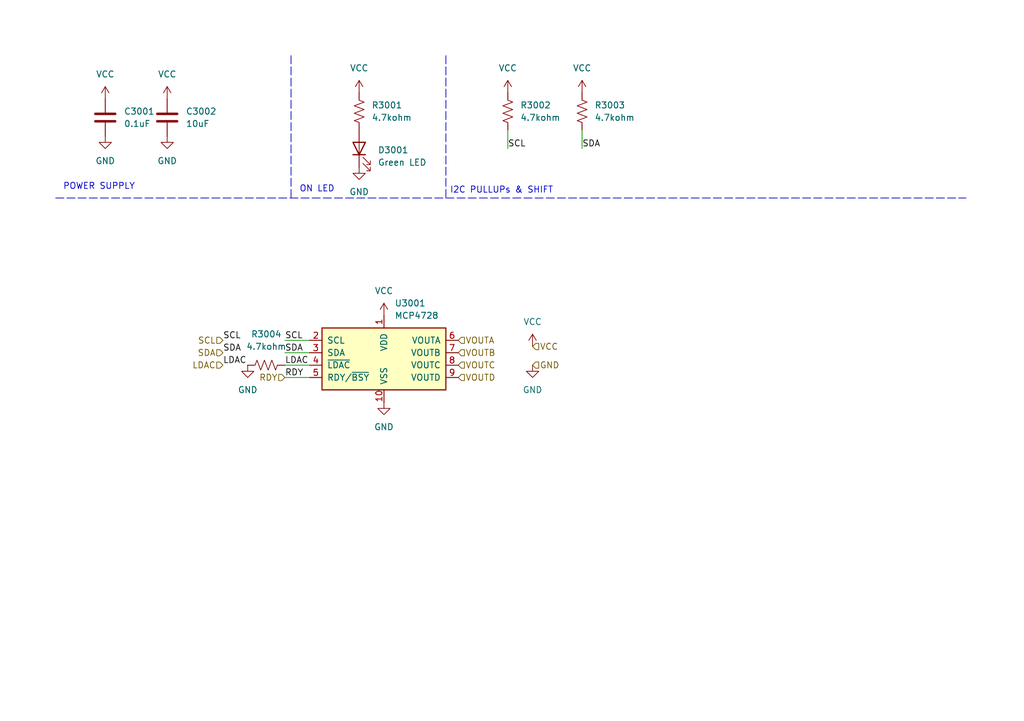
<source format=kicad_sch>
(kicad_sch (version 20231120) (generator "eeschema") (generator_version "8.0")
  (paper "A5")
  (lib_symbols
    (symbol "Analog_DAC:MCP4728" (pin_names (offset 1.016))
      (property "Reference" "U" (at -12.7 6.35 0))
      (property "Value" "MCP4728" (at 12.7 6.35 0))
      (symbol "MCP4728_0_1"
        (rectangle (start -12.7 5.08) (end 12.7 -7.62) (stroke (width 0.254)) (fill (type background)))
      )
      (symbol "MCP4728_1_1"
        (pin power_in line (at 0 7.62 270) (length 2.54) (name "VDD") (number "1"))
        (pin power_in line (at 0 -10.16 90) (length 2.54) (name "VSS") (number "10"))
        (pin input line (at -15.24 2.54 0) (length 2.54) (name "SCL") (number "2"))
        (pin bidirectional line (at -15.24 0 0) (length 2.54) (name "SDA") (number "3"))
        (pin input line (at -15.24 -2.54 0) (length 2.54) (name "~{LDAC}") (number "4"))
        (pin output line (at -15.24 -5.08 0) (length 2.54) (name "RDY/~{BSY}") (number "5"))
        (pin output line (at 15.24 2.54 180) (length 2.54) (name "VOUTA") (number "6"))
        (pin output line (at 15.24 0 180) (length 2.54) (name "VOUTB") (number "7"))
        (pin output line (at 15.24 -2.54 180) (length 2.54) (name "VOUTC") (number "8"))
        (pin output line (at 15.24 -5.08 180) (length 2.54) (name "VOUTD") (number "9"))
      )
    )
    (symbol "Device:C" (pin_numbers hide) (pin_names (offset 0.254))
      (property "Reference" "C" (at 0.635 2.54 0))
      (property "Value" "C" (at 0.635 -2.54 0))
      (symbol "C_0_1"
        (polyline (pts (xy -2.032 -0.762) (xy 2.032 -0.762)) (stroke (width 0.508)))
        (polyline (pts (xy -2.032 0.762) (xy 2.032 0.762)) (stroke (width 0.508)))
      )
      (symbol "C_1_1"
        (pin passive line (at 0 3.81 270) (length 2.794) (name "~") (number "1"))
        (pin passive line (at 0 -3.81 90) (length 2.794) (name "~") (number "2"))
      )
    )
    (symbol "Device:LED" (pin_numbers hide) (pin_names (offset 1.016) hide)
      (property "Reference" "D" (at 0 2.54 0))
      (property "Value" "LED" (at 0 -2.54 0))
      (symbol "LED_0_1"
        (polyline (pts (xy -1.27 -1.27) (xy -1.27 1.27)) (stroke (width 0.254)))
        (polyline (pts (xy -1.27 0) (xy 1.27 0)))
        (polyline (pts (xy 1.27 -1.27) (xy 1.27 1.27) (xy -1.27 0) (xy 1.27 -1.27)) (stroke (width 0.254)))
        (polyline (pts (xy -3.048 -0.762) (xy -4.572 -2.286) (xy -3.81 -2.286) (xy -4.572 -2.286) (xy -4.572 -1.524)))
        (polyline (pts (xy -1.778 -0.762) (xy -3.302 -2.286) (xy -2.54 -2.286) (xy -3.302 -2.286) (xy -3.302 -1.524)))
      )
      (symbol "LED_1_1"
        (pin passive line (at -3.81 0 0) (length 2.54) (name "K") (number "1"))
        (pin passive line (at 3.81 0 180) (length 2.54) (name "A") (number "2"))
      )
    )
    (symbol "Device:R_US" (pin_numbers hide) (pin_names (offset 0))
      (property "Reference" "R" (at 2.54 0 90))
      (property "Value" "R_US" (at -2.54 0 90))
      (symbol "R_US_0_1"
        (polyline (pts (xy 0 -2.286) (xy 0 -2.54)))
        (polyline (pts (xy 0 2.286) (xy 0 2.54)))
        (polyline (pts (xy 0 -0.762) (xy 1.016 -1.143) (xy 0 -1.524) (xy -1.016 -1.905) (xy 0 -2.286)))
        (polyline (pts (xy 0 0.762) (xy 1.016 0.381) (xy 0 0) (xy -1.016 -0.381) (xy 0 -0.762)))
        (polyline (pts (xy 0 2.286) (xy 1.016 1.905) (xy 0 1.524) (xy -1.016 1.143) (xy 0 0.762)))
      )
      (symbol "R_US_1_1"
        (pin passive line (at 0 3.81 270) (length 1.27) (name "~") (number "1"))
        (pin passive line (at 0 -3.81 90) (length 1.27) (name "~") (number "2"))
      )
    )
    (symbol "power:GND" (power) (pin_numbers hide) (pin_names (offset 0) hide)
      (property "Value" "GND" (at 0 -3.81 0))
      (symbol "GND_0_1"
        (polyline (pts (xy 0 0) (xy 0 -1.27) (xy 1.27 -1.27) (xy 0 -2.54) (xy -1.27 -1.27) (xy 0 -1.27)))
      )
      (symbol "GND_1_1"
        (pin power_in line (at 0 0 270) (length 0) (name "~") (number "1"))
      )
    )
    (symbol "power:VCC" (power) (pin_numbers hide) (pin_names (offset 0) hide)
      (property "Value" "VCC" (at 0 3.556 0))
      (symbol "VCC_0_1"
        (polyline (pts (xy -0.762 1.27) (xy 0 2.54)))
        (polyline (pts (xy 0 0) (xy 0 2.54)))
        (polyline (pts (xy 0 2.54) (xy 0.762 1.27)))
      )
      (symbol "VCC_1_1"
        (pin power_in line (at 0 0 90) (length 0) (name "~") (number "1"))
      )
    )
  )
  (wire (pts (xy 58.42 69.85) (xy 63.5 69.85)))
  (wire (pts (xy 119.38 26.67) (xy 119.38 30.48)))
  (wire (pts (xy 104.14 26.67) (xy 104.14 30.48)))
  (polyline (pts (xy 11.43 40.64) (xy 198.12 40.64)) (stroke (width 0) (type dash)))
  (polyline (pts (xy 59.69 11.43) (xy 59.69 40.64)) (stroke (width 0) (type dash)))
  (wire (pts (xy 58.42 72.39) (xy 63.5 72.39)))
  (polyline (pts (xy 91.44 11.43) (xy 91.44 40.64)) (stroke (width 0) (type dash)))
  (wire (pts (xy 58.42 74.93) (xy 63.5 74.93)))
  (wire (pts (xy 58.42 77.47) (xy 63.5 77.47)))
  (text "ON LED" (at 65.024 38.862 0) (effects (font (size 1.27 1.27))))
  (text "I2C PULLUPs & SHIFT" (at 102.87 39.116 0) (effects (font (size 1.27 1.27))))
  (text "POWER SUPPLY\n" (at 20.32 38.354 0) (effects (font (size 1.27 1.27))))
  (label "LDAC" (at 45.72 74.93 0))
  (label "RDY" (at 58.42 77.47 0))
  (label "SCL" (at 45.72 69.85 0))
  (label "SDA" (at 58.42 72.39 0))
  (label "SCL" (at 58.42 69.85 0))
  (label "SDA" (at 45.72 72.39 0))
  (label "SDA" (at 119.38 30.48 0))
  (label "SCL" (at 104.14 30.48 0))
  (label "LDAC" (at 58.42 74.93 0))
  (hierarchical_label "SCL" (shape input) (at 45.72 69.85 180))
  (hierarchical_label "VOUTC" (shape input) (at 93.98 74.93 0))
  (hierarchical_label "GND" (shape input) (at 109.22 74.93 0))
  (hierarchical_label "RDY" (shape input) (at 58.42 77.47 180))
  (hierarchical_label "VCC" (shape input) (at 109.22 71.12 0))
  (hierarchical_label "VOUTD" (shape input) (at 93.98 77.47 0))
  (hierarchical_label "VOUTB" (shape input) (at 93.98 72.39 0))
  (hierarchical_label "LDAC" (shape input) (at 45.72 74.93 180))
  (hierarchical_label "SDA" (shape input) (at 45.72 72.39 180))
  (hierarchical_label "VOUTA" (shape input) (at 93.98 69.85 0))
  (symbol (lib_id "Device:C") (at 34.29 24.13 0) (unit 1)
    (property "Reference" "C3002" (at 38.1 22.8599 0) (effects (justify left)))
    (property "Value" "10uF" (at 38.1 25.3999 0) (effects (justify left)))
    (property "Footprint" "Capacitor_SMD:C_0201_0603Metric" (effects (hide yes)))
    (property "Description" "Unpolarized capacitor" (effects (hide yes)))
  )
  (symbol (lib_id "power:GND") (at 73.66 34.29 0) (unit 1)
    (property "Reference" "#PWR03008" (effects (hide yes)))
    (property "Value" "GND" (at 73.66 39.37 0))
    (property "Description" "Power symbol creates a global label with name \"GND\" , ground" (effects (hide yes)))
  )
  (symbol (lib_id "power:VCC") (at 119.38 19.05 0) (unit 1)
    (property "Reference" "#PWR03007" (effects (hide yes)))
    (property "Value" "VCC" (at 119.38 13.97 0))
    (property "Description" "Power symbol creates a global label with name \"VCC\"" (effects (hide yes)))
  )
  (symbol (lib_id "Device:R_US") (at 119.38 22.86 0) (unit 1)
    (property "Reference" "R3003" (at 121.92 21.5899 0) (effects (justify left)))
    (property "Value" "4.7kohm" (at 121.92 24.1299 0) (effects (justify left)))
    (property "Footprint" "Resistor_SMD:R_0201_0603Metric" (effects (hide yes)))
    (property "Description" "Resistor, US symbol" (effects (hide yes)))
  )
  (symbol (lib_id "power:GND") (at 109.22 74.93 0) (unit 1)
    (property "Reference" "#PWR03013" (effects (hide yes)))
    (property "Value" "GND" (at 109.22 80.01 0))
    (property "Description" "Power symbol creates a global label with name \"GND\" , ground" (effects (hide yes)))
  )
  (symbol (lib_id "Device:C") (at 21.59 24.13 0) (unit 1)
    (property "Reference" "C3001" (at 25.4 22.8599 0) (effects (justify left)))
    (property "Value" "0.1uF" (at 25.4 25.3999 0) (effects (justify left)))
    (property "Footprint" "Capacitor_SMD:C_0201_0603Metric" (effects (hide yes)))
    (property "Description" "Unpolarized capacitor" (effects (hide yes)))
  )
  (symbol (lib_id "power:VCC") (at 34.29 20.32 0) (unit 1)
    (property "Reference" "#PWR03002" (effects (hide yes)))
    (property "Value" "VCC" (at 34.29 15.24 0))
    (property "Description" "Power symbol creates a global label with name \"VCC\"" (effects (hide yes)))
  )
  (symbol (lib_id "power:VCC") (at 78.74 64.77 0) (unit 1)
    (property "Reference" "#PWR03009" (effects (hide yes)))
    (property "Value" "VCC" (at 78.74 59.69 0))
    (property "Description" "Power symbol creates a global label with name \"VCC\"" (effects (hide yes)))
  )
  (symbol (lib_id "power:GND") (at 34.29 27.94 0) (unit 1)
    (property "Reference" "#PWR03004" (effects (hide yes)))
    (property "Value" "GND" (at 34.29 33.02 0))
    (property "Description" "Power symbol creates a global label with name \"GND\" , ground" (effects (hide yes)))
  )
  (symbol (lib_id "Device:LED") (at 73.66 30.48 90) (unit 1)
    (property "Reference" "D3001" (at 77.47 30.7974 90) (effects (justify right)))
    (property "Value" "Green LED" (at 77.47 33.3374 90) (effects (justify right)))
    (property "Footprint" "LED_SMD:LED_0201_0603Metric" (effects (hide yes)))
    (property "Description" "Light emitting diode" (effects (hide yes)))
  )
  (symbol (lib_id "power:VCC") (at 21.59 20.32 0) (unit 1)
    (property "Reference" "#PWR03001" (effects (hide yes)))
    (property "Value" "VCC" (at 21.59 15.24 0))
    (property "Description" "Power symbol creates a global label with name \"VCC\"" (effects (hide yes)))
  )
  (symbol (lib_id "power:GND") (at 50.8 74.93 0) (unit 1)
    (property "Reference" "#PWR03011" (effects (hide yes)))
    (property "Value" "GND" (at 50.8 80.01 0))
    (property "Description" "Power symbol creates a global label with name \"GND\" , ground" (effects (hide yes)))
  )
  (symbol (lib_id "power:VCC") (at 104.14 19.05 0) (unit 1)
    (property "Reference" "#PWR03006" (effects (hide yes)))
    (property "Value" "VCC" (at 104.14 13.97 0))
    (property "Description" "Power symbol creates a global label with name \"VCC\"" (effects (hide yes)))
  )
  (symbol (lib_id "power:GND") (at 78.74 82.55 0) (unit 1)
    (property "Reference" "#PWR03010" (effects (hide yes)))
    (property "Value" "GND" (at 78.74 87.63 0))
    (property "Description" "Power symbol creates a global label with name \"GND\" , ground" (effects (hide yes)))
  )
  (symbol (lib_id "power:VCC") (at 109.22 71.12 0) (unit 1)
    (property "Reference" "#PWR03012" (effects (hide yes)))
    (property "Value" "VCC" (at 109.22 66.04 0))
    (property "Description" "Power symbol creates a global label with name \"VCC\"" (effects (hide yes)))
  )
  (symbol (lib_id "Device:R_US") (at 54.61 74.93 90) (unit 1)
    (property "Reference" "R3004" (at 54.61 68.58 90))
    (property "Value" "4.7kohm" (at 54.61 71.12 90))
    (property "Footprint" "Resistor_SMD:R_0201_0603Metric" (effects (hide yes)))
    (property "Description" "Resistor, US symbol" (effects (hide yes)))
  )
  (symbol (lib_id "Device:R_US") (at 104.14 22.86 0) (unit 1)
    (property "Reference" "R3002" (at 106.68 21.5899 0) (effects (justify left)))
    (property "Value" "4.7kohm" (at 106.68 24.1299 0) (effects (justify left)))
    (property "Footprint" "Resistor_SMD:R_0201_0603Metric" (effects (hide yes)))
    (property "Description" "Resistor, US symbol" (effects (hide yes)))
  )
  (symbol (lib_id "Analog_DAC:MCP4728") (at 78.74 72.39 0) (unit 1)
    (property "Reference" "U3001" (at 80.9341 62.23 0) (effects (justify left)))
    (property "Value" "MCP4728" (at 80.9341 64.77 0) (effects (justify left)))
    (property "Footprint" "Package_SO:MSOP-10_3x3mm_P0.5mm" (effects (hide yes)))
    (property "Datasheet" "http://ww1.microchip.com/downloads/en/DeviceDoc/22187E.pdf" (effects (hide yes)))
    (property "Description" "12-bit digital to analog converter, quad output, 2.048V internal reference, integrated EEPROM, I2C interface" (effects (hide yes)))
  )
  (symbol (lib_id "power:GND") (at 21.59 27.94 0) (unit 1)
    (property "Reference" "#PWR03003" (effects (hide yes)))
    (property "Value" "GND" (at 21.59 33.02 0))
    (property "Description" "Power symbol creates a global label with name \"GND\" , ground" (effects (hide yes)))
  )
  (symbol (lib_id "Device:R_US") (at 73.66 22.86 0) (unit 1)
    (property "Reference" "R3001" (at 76.2 21.5899 0) (effects (justify left)))
    (property "Value" "4.7kohm" (at 76.2 24.1299 0) (effects (justify left)))
    (property "Footprint" "Resistor_SMD:R_0201_0603Metric" (effects (hide yes)))
    (property "Description" "Resistor, US symbol" (effects (hide yes)))
  )
  (symbol (lib_id "power:VCC") (at 73.66 19.05 0) (unit 1)
    (property "Reference" "#PWR03005" (effects (hide yes)))
    (property "Value" "VCC" (at 73.66 13.97 0))
    (property "Description" "Power symbol creates a global label with name \"VCC\"" (effects (hide yes)))
  )
)
</source>
